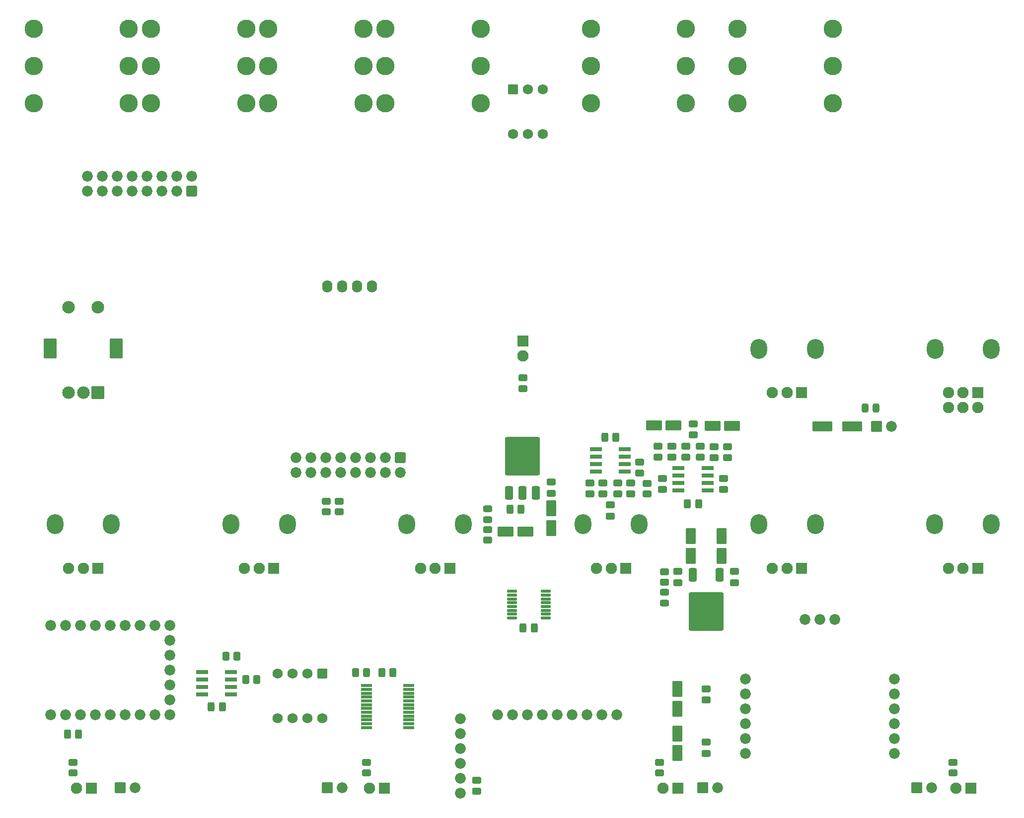
<source format=gbr>
%TF.GenerationSoftware,KiCad,Pcbnew,9.0.3*%
%TF.CreationDate,2025-08-19T09:40:56+02:00*%
%TF.ProjectId,RP2040_DSP,52503230-3430-45f4-9453-502e6b696361,V1.0*%
%TF.SameCoordinates,Original*%
%TF.FileFunction,Soldermask,Top*%
%TF.FilePolarity,Negative*%
%FSLAX46Y46*%
G04 Gerber Fmt 4.6, Leading zero omitted, Abs format (unit mm)*
G04 Created by KiCad (PCBNEW 9.0.3) date 2025-08-19 09:40:56*
%MOMM*%
%LPD*%
G01*
G04 APERTURE LIST*
G04 Aperture macros list*
%AMRoundRect*
0 Rectangle with rounded corners*
0 $1 Rounding radius*
0 $2 $3 $4 $5 $6 $7 $8 $9 X,Y pos of 4 corners*
0 Add a 4 corners polygon primitive as box body*
4,1,4,$2,$3,$4,$5,$6,$7,$8,$9,$2,$3,0*
0 Add four circle primitives for the rounded corners*
1,1,$1+$1,$2,$3*
1,1,$1+$1,$4,$5*
1,1,$1+$1,$6,$7*
1,1,$1+$1,$8,$9*
0 Add four rect primitives between the rounded corners*
20,1,$1+$1,$2,$3,$4,$5,0*
20,1,$1+$1,$4,$5,$6,$7,0*
20,1,$1+$1,$6,$7,$8,$9,0*
20,1,$1+$1,$8,$9,$2,$3,0*%
G04 Aperture macros list end*
%ADD10RoundRect,0.284146X-0.485854X0.298354X-0.485854X-0.298354X0.485854X-0.298354X0.485854X0.298354X0*%
%ADD11RoundRect,0.284146X0.485854X-0.298354X0.485854X0.298354X-0.485854X0.298354X-0.485854X-0.298354X0*%
%ADD12RoundRect,0.285000X0.510000X-0.285000X0.510000X0.285000X-0.510000X0.285000X-0.510000X-0.285000X0*%
%ADD13RoundRect,0.284146X-0.298354X-0.485854X0.298354X-0.485854X0.298354X0.485854X-0.298354X0.485854X0*%
%ADD14RoundRect,0.070000X0.850000X-0.850000X0.850000X0.850000X-0.850000X0.850000X-0.850000X-0.850000X0*%
%ADD15C,1.840000*%
%ADD16RoundRect,0.278750X0.491250X-0.278750X0.491250X0.278750X-0.491250X0.278750X-0.491250X-0.278750X0*%
%ADD17RoundRect,0.271875X-1.123125X-0.598125X1.123125X-0.598125X1.123125X0.598125X-1.123125X0.598125X0*%
%ADD18RoundRect,0.285000X0.285000X0.510000X-0.285000X0.510000X-0.285000X-0.510000X0.285000X-0.510000X0*%
%ADD19RoundRect,0.271875X1.123125X0.598125X-1.123125X0.598125X-1.123125X-0.598125X1.123125X-0.598125X0*%
%ADD20RoundRect,0.285000X-0.285000X-0.510000X0.285000X-0.510000X0.285000X0.510000X-0.285000X0.510000X0*%
%ADD21RoundRect,0.271875X0.598125X-1.123125X0.598125X1.123125X-0.598125X1.123125X-0.598125X-1.123125X0*%
%ADD22RoundRect,0.278750X-0.491250X0.278750X-0.491250X-0.278750X0.491250X-0.278750X0.491250X0.278750X0*%
%ADD23RoundRect,0.285000X-0.510000X0.285000X-0.510000X-0.285000X0.510000X-0.285000X0.510000X0.285000X0*%
%ADD24RoundRect,0.271875X-0.598125X0.598125X-0.598125X-0.598125X0.598125X-0.598125X0.598125X0.598125X0*%
%ADD25C,1.740000*%
%ADD26RoundRect,0.279166X0.390834X-0.890834X0.390834X0.890834X-0.390834X0.890834X-0.390834X-0.890834X0*%
%ADD27RoundRect,0.256032X2.713968X-3.013968X2.713968X3.013968X-2.713968X3.013968X-2.713968X-3.013968X0*%
%ADD28RoundRect,0.279166X-0.390834X0.890834X-0.390834X-0.890834X0.390834X-0.890834X0.390834X0.890834X0*%
%ADD29RoundRect,0.256032X-2.713968X3.013968X-2.713968X-3.013968X2.713968X-3.013968X2.713968X3.013968X0*%
%ADD30RoundRect,0.185000X0.860000X0.185000X-0.860000X0.185000X-0.860000X-0.185000X0.860000X-0.185000X0*%
%ADD31RoundRect,0.185000X-0.860000X-0.185000X0.860000X-0.185000X0.860000X0.185000X-0.860000X0.185000X0*%
%ADD32RoundRect,0.271875X-0.598125X1.123125X-0.598125X-1.123125X0.598125X-1.123125X0.598125X1.123125X0*%
%ADD33RoundRect,0.278750X-0.278750X-0.491250X0.278750X-0.491250X0.278750X0.491250X-0.278750X0.491250X0*%
%ADD34RoundRect,0.070000X-0.875000X-0.225000X0.875000X-0.225000X0.875000X0.225000X-0.875000X0.225000X0*%
%ADD35RoundRect,0.135000X0.672500X0.135000X-0.672500X0.135000X-0.672500X-0.135000X0.672500X-0.135000X0*%
%ADD36RoundRect,0.270589X-0.649411X0.649411X-0.649411X-0.649411X0.649411X-0.649411X0.649411X0.649411X0*%
%ADD37RoundRect,0.271875X-1.460625X-0.598125X1.460625X-0.598125X1.460625X0.598125X-1.460625X0.598125X0*%
%ADD38C,3.140000*%
%ADD39RoundRect,0.070000X1.000000X-1.000000X1.000000X1.000000X-1.000000X1.000000X-1.000000X-1.000000X0*%
%ADD40C,2.140000*%
%ADD41RoundRect,0.070000X1.000000X-1.600000X1.000000X1.600000X-1.000000X1.600000X-1.000000X-1.600000X0*%
%ADD42RoundRect,0.070000X0.900000X0.900000X-0.900000X0.900000X-0.900000X-0.900000X0.900000X-0.900000X0*%
%ADD43C,1.940000*%
%ADD44RoundRect,0.070000X-0.900000X0.900000X-0.900000X-0.900000X0.900000X-0.900000X0.900000X0.900000X0*%
%ADD45O,2.860000X3.380000*%
%ADD46RoundRect,0.070000X-0.900000X-0.900000X0.900000X-0.900000X0.900000X0.900000X-0.900000X0.900000X0*%
%ADD47O,1.740000X2.140000*%
%ADD48RoundRect,0.270589X0.649411X-0.649411X0.649411X0.649411X-0.649411X0.649411X-0.649411X-0.649411X0*%
G04 APERTURE END LIST*
D10*
%TO.C,R7*%
X217903250Y-150887500D03*
X217903250Y-152712500D03*
%TD*%
%TO.C,Rb1*%
X174803250Y-96987500D03*
X174803250Y-98812500D03*
%TD*%
D11*
%TO.C,Rg1*%
X179503250Y-98912500D03*
X179503250Y-97087500D03*
%TD*%
%TO.C,Rb4*%
X160753250Y-105100000D03*
X160753250Y-103275000D03*
%TD*%
D12*
%TO.C,C28*%
X136703250Y-155850000D03*
X136703250Y-153950000D03*
%TD*%
D13*
%TO.C,R5*%
X97390750Y-136800000D03*
X99215750Y-136800000D03*
%TD*%
D14*
%TO.C,J5*%
X211728250Y-155200000D03*
D15*
X214268250Y-155200000D03*
%TD*%
D11*
%TO.C,R1*%
X113250000Y-108162500D03*
X113250000Y-106337500D03*
%TD*%
D13*
%TO.C,Rp1*%
X116090750Y-135600000D03*
X117915750Y-135600000D03*
%TD*%
D11*
%TO.C,R2*%
X111050000Y-108162500D03*
X111050000Y-106337500D03*
%TD*%
D10*
%TO.C,R9*%
X117903250Y-150887500D03*
X117903250Y-152712500D03*
%TD*%
D12*
%TO.C,C21*%
X163003250Y-105137500D03*
X163003250Y-103237500D03*
%TD*%
D11*
%TO.C,R13*%
X144603250Y-87125000D03*
X144603250Y-85300000D03*
%TD*%
D12*
%TO.C,C25*%
X175803250Y-149350000D03*
X175803250Y-147450000D03*
%TD*%
D16*
%TO.C,D2*%
X168723250Y-123742500D03*
X168723250Y-121867500D03*
%TD*%
D17*
%TO.C,C15*%
X166928250Y-93400000D03*
X170278250Y-93400000D03*
%TD*%
D12*
%TO.C,C3*%
X149425000Y-104985000D03*
X149425000Y-103085000D03*
%TD*%
D18*
%TO.C,C9*%
X68853250Y-146050000D03*
X66953250Y-146050000D03*
%TD*%
D19*
%TO.C,C8*%
X145000000Y-111535000D03*
X141650000Y-111535000D03*
%TD*%
D20*
%TO.C,C18*%
X172653250Y-106800000D03*
X174553250Y-106800000D03*
%TD*%
D21*
%TO.C,C7*%
X173223250Y-115680000D03*
X173223250Y-112330000D03*
%TD*%
%TO.C,C26*%
X178423250Y-115680000D03*
X178423250Y-112330000D03*
%TD*%
D22*
%TO.C,D3*%
X138603250Y-107662500D03*
X138603250Y-109537500D03*
%TD*%
D23*
%TO.C,C12*%
X177203250Y-97050000D03*
X177203250Y-98950000D03*
%TD*%
D24*
%TO.C,SW2*%
X110397500Y-135732500D03*
D25*
X107857500Y-135732500D03*
X105317500Y-135732500D03*
X102777500Y-135732500D03*
X102777500Y-143352500D03*
X105317500Y-143352500D03*
X107857500Y-143352500D03*
X110397500Y-143352500D03*
%TD*%
D23*
%TO.C,C2*%
X180623250Y-118355000D03*
X180623250Y-120255000D03*
%TD*%
D26*
%TO.C,U13*%
X142245000Y-104975000D03*
X144525000Y-104975000D03*
D27*
X144525000Y-98675000D03*
D26*
X146805000Y-104975000D03*
%TD*%
D28*
%TO.C,U1*%
X178103250Y-118905000D03*
D29*
X175823250Y-125205000D03*
D28*
X173543250Y-118905000D03*
%TD*%
D30*
%TO.C,U5*%
X94853250Y-139340000D03*
X94853250Y-138070000D03*
X94853250Y-136800000D03*
X94853250Y-135530000D03*
X89903250Y-135530000D03*
X89903250Y-136800000D03*
X89903250Y-138070000D03*
X89903250Y-139340000D03*
%TD*%
D18*
%TO.C,C5*%
X144275000Y-107735000D03*
X142375000Y-107735000D03*
%TD*%
D13*
%TO.C,R6*%
X93990750Y-132800000D03*
X95815750Y-132800000D03*
%TD*%
D18*
%TO.C,C11*%
X122453250Y-135625000D03*
X120553250Y-135625000D03*
%TD*%
D14*
%TO.C,J8*%
X75903250Y-155260000D03*
D15*
X78443250Y-155260000D03*
%TD*%
D10*
%TO.C,R10*%
X67903250Y-150887500D03*
X67903250Y-152712500D03*
%TD*%
D12*
%TO.C,C17*%
X168403250Y-104350000D03*
X168403250Y-102450000D03*
%TD*%
D31*
%TO.C,U10*%
X157028250Y-97495000D03*
X157028250Y-98765000D03*
X157028250Y-100035000D03*
X157028250Y-101305000D03*
X161978250Y-101305000D03*
X161978250Y-100035000D03*
X161978250Y-98765000D03*
X161978250Y-97495000D03*
%TD*%
D14*
%TO.C,J7*%
X111203250Y-155260000D03*
D15*
X113743250Y-155260000D03*
%TD*%
D32*
%TO.C,C27*%
X149425000Y-107560000D03*
X149425000Y-110910000D03*
%TD*%
D15*
%TO.C,U4*%
X64087750Y-142812000D03*
X66627750Y-142812000D03*
X69167750Y-142812000D03*
X71707750Y-142812000D03*
X74247750Y-142812000D03*
X76787750Y-142812000D03*
X79327750Y-142812000D03*
X81867750Y-142812000D03*
X84407750Y-142812000D03*
X64087750Y-127572000D03*
X66627750Y-127572000D03*
X69167750Y-127572000D03*
X71707750Y-127572000D03*
X74247750Y-127572000D03*
X76787750Y-127572000D03*
X79327750Y-127572000D03*
X81867750Y-127572000D03*
X84407750Y-127572000D03*
X84407750Y-140272000D03*
X84407750Y-137732000D03*
X84407750Y-135192000D03*
X84407750Y-132652000D03*
X84407750Y-130112000D03*
%TD*%
D21*
%TO.C,C23*%
X170903250Y-149325000D03*
X170903250Y-145975000D03*
%TD*%
D33*
%TO.C,D1*%
X202912500Y-90450000D03*
X204787500Y-90450000D03*
%TD*%
D11*
%TO.C,Rg2*%
X167603250Y-98812500D03*
X167603250Y-96987500D03*
%TD*%
D10*
%TO.C,R11*%
X164503250Y-99687500D03*
X164503250Y-101512500D03*
%TD*%
D12*
%TO.C,C30*%
X173603250Y-95050000D03*
X173603250Y-93150000D03*
%TD*%
D23*
%TO.C,C24*%
X175803250Y-138350000D03*
X175803250Y-140250000D03*
%TD*%
%TO.C,C13*%
X170003250Y-96950000D03*
X170003250Y-98850000D03*
%TD*%
D12*
%TO.C,C20*%
X156003250Y-105137500D03*
X156003250Y-103237500D03*
%TD*%
D34*
%TO.C,U6*%
X117903250Y-137800000D03*
X117903250Y-138450000D03*
X117903250Y-139100000D03*
X117903250Y-139750000D03*
X117903250Y-140400000D03*
X117903250Y-141050000D03*
X117903250Y-141700000D03*
X117903250Y-142350000D03*
X117903250Y-143000000D03*
X117903250Y-143650000D03*
X117903250Y-144300000D03*
X117903250Y-144950000D03*
X125103250Y-144950000D03*
X125103250Y-144300000D03*
X125103250Y-143650000D03*
X125103250Y-143000000D03*
X125103250Y-142350000D03*
X125103250Y-141700000D03*
X125103250Y-141050000D03*
X125103250Y-140400000D03*
X125103250Y-139750000D03*
X125103250Y-139100000D03*
X125103250Y-138450000D03*
X125103250Y-137800000D03*
%TD*%
D11*
%TO.C,R4*%
X138603250Y-113012500D03*
X138603250Y-111187500D03*
%TD*%
D35*
%TO.C,U3*%
X148465750Y-126275000D03*
X148465750Y-125625000D03*
X148465750Y-124975000D03*
X148465750Y-124325000D03*
X148465750Y-123675000D03*
X148465750Y-123025000D03*
X148465750Y-122375000D03*
X148465750Y-121725000D03*
X142740750Y-121725000D03*
X142740750Y-122375000D03*
X142740750Y-123025000D03*
X142740750Y-123675000D03*
X142740750Y-124325000D03*
X142740750Y-124975000D03*
X142740750Y-125625000D03*
X142740750Y-126275000D03*
%TD*%
D20*
%TO.C,C10*%
X91453250Y-141400000D03*
X93353250Y-141400000D03*
%TD*%
D18*
%TO.C,C19*%
X160453250Y-95462500D03*
X158553250Y-95462500D03*
%TD*%
D20*
%TO.C,C6*%
X144603250Y-128000000D03*
X146503250Y-128000000D03*
%TD*%
D10*
%TO.C,R12*%
X165803250Y-103287500D03*
X165803250Y-105112500D03*
%TD*%
D36*
%TO.C,J13*%
X123660000Y-98960000D03*
D15*
X123660000Y-101500000D03*
X121120000Y-98960000D03*
X121120000Y-101500000D03*
X118580000Y-98960000D03*
X118580000Y-101500000D03*
X116040000Y-98960000D03*
X116040000Y-101500000D03*
X113500000Y-98960000D03*
X113500000Y-101500000D03*
X110960000Y-98960000D03*
X110960000Y-101500000D03*
X108420000Y-98960000D03*
X108420000Y-101500000D03*
X105880000Y-98960000D03*
X105880000Y-101500000D03*
%TD*%
D11*
%TO.C,Rb3*%
X158253250Y-105100000D03*
X158253250Y-103275000D03*
%TD*%
D37*
%TO.C,C1*%
X195615750Y-93550000D03*
X200690750Y-93550000D03*
%TD*%
D15*
%TO.C,U7*%
X182503250Y-136720000D03*
X182503250Y-139260000D03*
X182503250Y-141800000D03*
X182503250Y-144340000D03*
X182503250Y-146880000D03*
X182503250Y-149420000D03*
X207903250Y-149420000D03*
X207903250Y-146880000D03*
X207903250Y-144340000D03*
X207903250Y-141800000D03*
X207903250Y-139260000D03*
X207903250Y-136720000D03*
X197743250Y-126560000D03*
X195203250Y-126560000D03*
X192663250Y-126560000D03*
%TD*%
D11*
%TO.C,Rb2*%
X172403250Y-98812500D03*
X172403250Y-96987500D03*
%TD*%
D32*
%TO.C,C22*%
X170903250Y-138375000D03*
X170903250Y-141725000D03*
%TD*%
D10*
%TO.C,R3*%
X168723250Y-118392500D03*
X168723250Y-120217500D03*
%TD*%
D14*
%TO.C,J6*%
X175278250Y-155260000D03*
D15*
X177818250Y-155260000D03*
%TD*%
D30*
%TO.C,U9*%
X176078250Y-104505000D03*
X176078250Y-103235000D03*
X176078250Y-101965000D03*
X176078250Y-100695000D03*
X171128250Y-100695000D03*
X171128250Y-101965000D03*
X171128250Y-103235000D03*
X171128250Y-104505000D03*
%TD*%
D14*
%TO.C,J1*%
X204878250Y-93550000D03*
D15*
X207418250Y-93550000D03*
%TD*%
D23*
%TO.C,C4*%
X171023250Y-118355000D03*
X171023250Y-120255000D03*
%TD*%
D12*
%TO.C,C16*%
X178803250Y-104350000D03*
X178803250Y-102450000D03*
%TD*%
D23*
%TO.C,C29*%
X159503250Y-106987500D03*
X159503250Y-108887500D03*
%TD*%
D19*
%TO.C,C14*%
X180278250Y-93500000D03*
X176928250Y-93500000D03*
%TD*%
D10*
%TO.C,R8*%
X167903250Y-150887500D03*
X167903250Y-152712500D03*
%TD*%
D15*
%TO.C,U8*%
X133933250Y-156150000D03*
X133933250Y-153610000D03*
X133933250Y-151070000D03*
X133933250Y-148530000D03*
X133933250Y-145990000D03*
X133933250Y-143450000D03*
X140283250Y-142815000D03*
X142823250Y-142815000D03*
X145363250Y-142815000D03*
X147903250Y-142815000D03*
X150443250Y-142815000D03*
X152983250Y-142815000D03*
X155523250Y-142815000D03*
X158063250Y-142815000D03*
X160603250Y-142815000D03*
%TD*%
D38*
%TO.C,J3*%
X97400000Y-32085000D03*
X81170000Y-32085000D03*
X97400000Y-25735000D03*
X81170000Y-25735000D03*
X97400000Y-38435000D03*
X81170000Y-38435000D03*
%TD*%
D39*
%TO.C,SW1*%
X72126500Y-87800000D03*
D40*
X67126500Y-87800000D03*
X69626500Y-87800000D03*
D41*
X64026500Y-80300000D03*
X75226500Y-80300000D03*
D40*
X67126500Y-73300000D03*
X72126500Y-73300000D03*
%TD*%
D42*
%TO.C,D7*%
X71001500Y-155300000D03*
D43*
X68461500Y-155300000D03*
%TD*%
D44*
%TO.C,D8*%
X144603250Y-79025000D03*
D43*
X144603250Y-81565000D03*
%TD*%
D38*
%TO.C,J12*%
X172400000Y-32085000D03*
X156170000Y-32085000D03*
X172400000Y-25735000D03*
X156170000Y-25735000D03*
X172400000Y-38435000D03*
X156170000Y-38435000D03*
%TD*%
%TO.C,J11*%
X137400000Y-32085000D03*
X121170000Y-32085000D03*
X137400000Y-25735000D03*
X121170000Y-25735000D03*
X137400000Y-38435000D03*
X121170000Y-38435000D03*
%TD*%
D45*
%TO.C,RV6*%
X184826500Y-80350000D03*
X194426500Y-80350000D03*
D46*
X192126500Y-87850000D03*
D43*
X189626500Y-87850000D03*
X187126500Y-87850000D03*
%TD*%
D45*
%TO.C,RV7*%
X64826500Y-110300000D03*
X74426500Y-110300000D03*
D46*
X72126500Y-117800000D03*
D43*
X69626500Y-117800000D03*
X67126500Y-117800000D03*
%TD*%
D38*
%TO.C,J10*%
X117400000Y-32085000D03*
X101170000Y-32085000D03*
X117400000Y-25735000D03*
X101170000Y-25735000D03*
X117400000Y-38435000D03*
X101170000Y-38435000D03*
%TD*%
D45*
%TO.C,RV1*%
X214826500Y-110300000D03*
X224426500Y-110300000D03*
D46*
X222126500Y-117800000D03*
D43*
X219626500Y-117800000D03*
X217126500Y-117800000D03*
%TD*%
D38*
%TO.C,J2*%
X77400000Y-32085000D03*
X61170000Y-32085000D03*
X77400000Y-25735000D03*
X61170000Y-25735000D03*
X77400000Y-38435000D03*
X61170000Y-38435000D03*
%TD*%
D45*
%TO.C,RV2*%
X184826500Y-110300000D03*
X194426500Y-110300000D03*
D46*
X192126500Y-117800000D03*
D43*
X189626500Y-117800000D03*
X187126500Y-117800000D03*
%TD*%
D47*
%TO.C,U12*%
X118846500Y-69700000D03*
X116306500Y-69700000D03*
X113766500Y-69700000D03*
X111226500Y-69700000D03*
%TD*%
D45*
%TO.C,RV3*%
X154826500Y-110300000D03*
X164426500Y-110300000D03*
D46*
X162126500Y-117800000D03*
D43*
X159626500Y-117800000D03*
X157126500Y-117800000D03*
%TD*%
D42*
%TO.C,D4*%
X221001500Y-155300000D03*
D43*
X218461500Y-155300000D03*
%TD*%
D45*
%TO.C,RV5*%
X94826500Y-110300000D03*
X104426500Y-110300000D03*
D46*
X102126500Y-117800000D03*
D43*
X99626500Y-117800000D03*
X97126500Y-117800000D03*
%TD*%
D45*
%TO.C,RV8*%
X214900000Y-80375000D03*
X224400000Y-80375000D03*
D46*
X222150000Y-87875000D03*
D43*
X219650000Y-87875000D03*
X217150000Y-87875000D03*
X222150000Y-90375000D03*
X219650000Y-90375000D03*
X217150000Y-90375000D03*
%TD*%
D42*
%TO.C,D5*%
X171001500Y-155300000D03*
D43*
X168461500Y-155300000D03*
%TD*%
D48*
%TO.C,J4*%
X88120000Y-53500000D03*
D15*
X88120000Y-50960000D03*
X85580000Y-53500000D03*
X85580000Y-50960000D03*
X83040000Y-53500000D03*
X83040000Y-50960000D03*
X80500000Y-53500000D03*
X80500000Y-50960000D03*
X77960000Y-53500000D03*
X77960000Y-50960000D03*
X75420000Y-53500000D03*
X75420000Y-50960000D03*
X72880000Y-53500000D03*
X72880000Y-50960000D03*
X70340000Y-53500000D03*
X70340000Y-50960000D03*
%TD*%
D24*
%TO.C,U11*%
X142920000Y-36130000D03*
D25*
X145460000Y-36130000D03*
X148000000Y-36130000D03*
X148000000Y-43750000D03*
X145460000Y-43750000D03*
X142920000Y-43750000D03*
%TD*%
D42*
%TO.C,D6*%
X121001500Y-155300000D03*
D43*
X118461500Y-155300000D03*
%TD*%
D38*
%TO.C,J9*%
X197400000Y-32085000D03*
X181170000Y-32085000D03*
X197400000Y-25735000D03*
X181170000Y-25735000D03*
X197400000Y-38435000D03*
X181170000Y-38435000D03*
%TD*%
D45*
%TO.C,RV4*%
X124826500Y-110300000D03*
X134426500Y-110300000D03*
D46*
X132126500Y-117800000D03*
D43*
X129626500Y-117800000D03*
X127126500Y-117800000D03*
%TD*%
M02*

</source>
